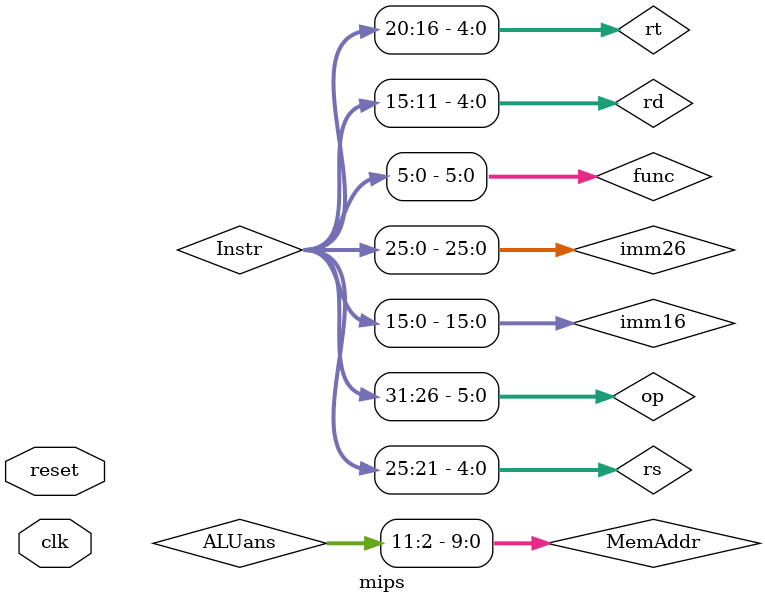
<source format=v>
`timescale 1ns / 1ps
module mips(
	input clk,
	input reset
    );
	wire nPC_sel;
	wire zero;
	wire [15:0] imm16;
	wire [25:0] imm26;
	wire j_instr;
	wire [31:0]Instr;
	wire [31:0]PC;
	
	wire [5:0]func;
	wire [4:0]rd;
	wire [4:0]rt;
	wire [4:0]rs;
	wire [5:0]op;
	wire jr;
	wire [31:0] RD1;
	
	
	IFU ifu(
	.nPC_sel(nPC_sel),
	 .zero(zero),
	.imm16(imm16),
	.imm26(imm26),
	 .j_instr(j_instr),
	 .jr(jr),
	 .RD1(RD1),
	 .reset(reset),
	 .clk(clk),
	 .Instr(Instr),
	 .PC(PC)
	 );
	 
	 assign {op,rs,rt,imm16}=Instr;
	 assign rd=Instr[15:11];
	 assign func=Instr[5:0];
	 assign imm26=Instr[25:0];
	 
	 
	wire [1:0]RegDst;
	wire ALUSrc;
	wire [1:0]MemtoReg;
	wire RegWrite;
	wire MemWrite;
	
	
	wire [1:0] ExtOp;
	wire [1:0] ALUctr;
	 
	 ctrl CTRL(
		.op(op), 
		.func(func), 
		.RegDst(RegDst), 
		.ALUSrc(ALUSrc), 
		.MemtoReg(MemtoReg), 
		.RegWrite(RegWrite), 
		.MemWrite(MemWrite), 
		.nPC_sel(nPC_sel), 
		.j_instr(j_instr), 
		.jr(jr),
		.ExtOp(ExtOp), 
		.ALUctr(ALUctr)
	 );
	 
		 wire [4:0] RegAddr;
	 wire [31:0] RegData;
	 
	 
	 wire [31:0] RD2;
	 
	 GRF grf(
		.A1(rs), 
		.A2(rt), 
		.A3(RegAddr), 
		.WD(RegData), 
		.WE(RegWrite), 
		.clk(clk), 
		.reset(reset), 
		.PC(PC),
		.RD1(RD1), 
		.RD2(RD2)
	 );
	 
	 wire [31:0] ALUsec;
	 wire [31:0] ALUans;
	 
	 ALU alu(
		.A(RD1), 
		.B(ALUsec), 
		.ALUOp(ALUctr), 
		.C(ALUans)
	 );
	 
	 wire [9:0] MemAddr;
	 
	 assign zero=(ALUans==0);
	 assign MemAddr=ALUans[11:2];
	 
	 wire [31:0] DataOut;
	 
	 DM dm(
		.Addr(MemAddr), 
		.DataIn(RD2), 
		.DMwrite(MemWrite), 
		.clk(clk), 
		.PC(PC),
		.reset(reset), 
		.DataOut(DataOut)
	 );
	 
	 wire [31:0] imm32;
	 
	 EXT ext(
		.imm16(imm16), 
		.EXTOp(ExtOp), 
		.imm32(imm32)
	 );
	 
	 mux MUX(
		.rt(rt), 
		.rd(rd), 
		.RegDst(RegDst), 
		.R2(RD2), 
		.imm32(imm32), 
		.ALUSrc(ALUSrc), 
		.ALUans(ALUans), 
		.Memdout(DataOut), 
		.PC(PC), 
		.MemtoReg(MemtoReg), 
		.RegAddr(RegAddr), 
		.ALUsec(ALUsec), 
		.RegData(RegData)
	 );
	 
	 

endmodule

</source>
